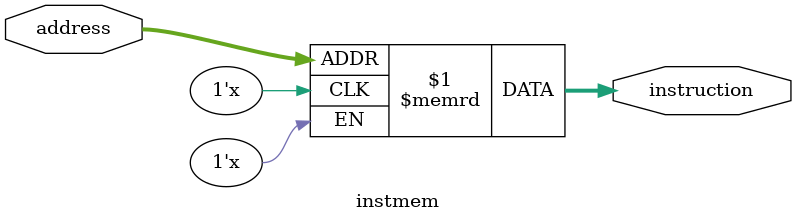
<source format=v>
module instmem (address,instruction);
input [31:0] address;
output [31:0] instruction;
//declaring the memory
reg [31:0] instmemory [1023:0];
assign instruction = instmemory[address]; 
endmodule
</source>
